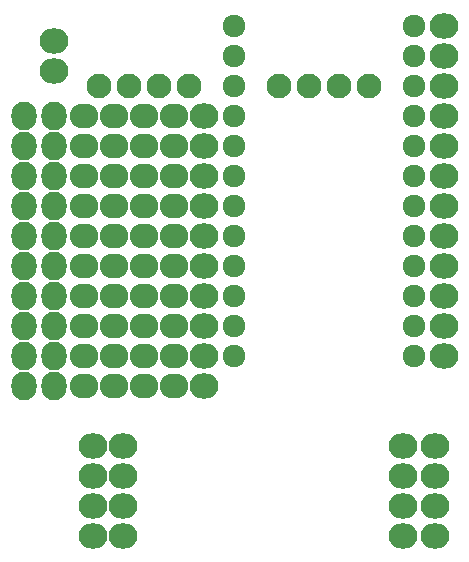
<source format=gts>
G04 #@! TF.FileFunction,Soldermask,Top*
%FSLAX46Y46*%
G04 Gerber Fmt 4.6, Leading zero omitted, Abs format (unit mm)*
G04 Created by KiCad (PCBNEW 4.0.5-e0-6337~52~ubuntu16.10.1) date Sat Feb 25 11:48:19 2017*
%MOMM*%
%LPD*%
G01*
G04 APERTURE LIST*
%ADD10C,0.100000*%
%ADD11C,1.924000*%
%ADD12O,2.432000X2.127200*%
%ADD13O,2.127200X2.432000*%
%ADD14O,2.400000X2.100000*%
%ADD15C,2.100000*%
G04 APERTURE END LIST*
D10*
D11*
X142240000Y-106680000D03*
X142240000Y-109220000D03*
X142240000Y-111760000D03*
X142240000Y-114300000D03*
X142240000Y-116840000D03*
X142240000Y-119380000D03*
X142240000Y-121920000D03*
X142240000Y-124460000D03*
X142240000Y-127000000D03*
X142240000Y-129540000D03*
X142240000Y-132080000D03*
X142240000Y-134620000D03*
X157480000Y-134620000D03*
X157480000Y-132080000D03*
X157480000Y-129540000D03*
X157480000Y-127000000D03*
X157480000Y-124460000D03*
X157480000Y-121920000D03*
X157480000Y-119380000D03*
X157480000Y-116840000D03*
X157480000Y-114300000D03*
X157480000Y-111760000D03*
X157480000Y-109220000D03*
X157480000Y-106680000D03*
D12*
X127000000Y-107950000D03*
X127000000Y-110490000D03*
D13*
X127000000Y-137160000D03*
X127000000Y-134620000D03*
X127000000Y-132080000D03*
X127000000Y-129540000D03*
X127000000Y-127000000D03*
X127000000Y-124460000D03*
X127000000Y-121920000D03*
X127000000Y-119380000D03*
X127000000Y-116840000D03*
X127000000Y-114300000D03*
X124460000Y-137160000D03*
X124460000Y-134620000D03*
X124460000Y-132080000D03*
X124460000Y-129540000D03*
X124460000Y-127000000D03*
X124460000Y-124460000D03*
X124460000Y-121920000D03*
X124460000Y-119380000D03*
X124460000Y-116840000D03*
X124460000Y-114300000D03*
D12*
X160020000Y-106680000D03*
X160020000Y-109220000D03*
X160020000Y-111760000D03*
X160020000Y-114300000D03*
X160020000Y-116840000D03*
X160020000Y-119380000D03*
X160020000Y-121920000D03*
X160020000Y-124460000D03*
X160020000Y-127000000D03*
X160020000Y-129540000D03*
X160020000Y-132080000D03*
X160020000Y-134620000D03*
D14*
X134620000Y-114300000D03*
X137160000Y-114300000D03*
X129540000Y-114300000D03*
X132080000Y-114300000D03*
X132080000Y-116840000D03*
X129540000Y-116840000D03*
X137160000Y-116840000D03*
X134620000Y-116840000D03*
X134620000Y-119380000D03*
X137160000Y-119380000D03*
X129540000Y-119380000D03*
X132080000Y-119380000D03*
X132080000Y-132080000D03*
X129540000Y-132080000D03*
X137160000Y-132080000D03*
X134620000Y-132080000D03*
X134620000Y-121920000D03*
X137160000Y-121920000D03*
X129540000Y-121920000D03*
X132080000Y-121920000D03*
D12*
X139700000Y-114300000D03*
X139700000Y-116840000D03*
X139700000Y-119380000D03*
X139700000Y-121920000D03*
X139700000Y-124460000D03*
X139700000Y-127000000D03*
X139700000Y-129540000D03*
X139700000Y-132080000D03*
X139700000Y-134620000D03*
X139700000Y-137160000D03*
X132905500Y-144780000D03*
X132905500Y-142240000D03*
X132905500Y-149860000D03*
X132905500Y-147320000D03*
X156591000Y-144780000D03*
X156591000Y-142240000D03*
X156591000Y-149860000D03*
X156591000Y-147320000D03*
D14*
X132080000Y-124460000D03*
X129540000Y-124460000D03*
X137160000Y-124460000D03*
X134620000Y-124460000D03*
X134620000Y-127000000D03*
X137160000Y-127000000D03*
X129540000Y-127000000D03*
X132080000Y-127000000D03*
X132080000Y-134620000D03*
X129540000Y-134620000D03*
X137160000Y-134620000D03*
X134620000Y-134620000D03*
X134620000Y-129540000D03*
X137160000Y-129540000D03*
X129540000Y-129540000D03*
X132080000Y-129540000D03*
X132080000Y-137160000D03*
X129540000Y-137160000D03*
X137160000Y-137160000D03*
X134620000Y-137160000D03*
D15*
X151130000Y-111760000D03*
X153670000Y-111760000D03*
X146050000Y-111760000D03*
X148590000Y-111760000D03*
X133350000Y-111760000D03*
X130810000Y-111760000D03*
X138430000Y-111760000D03*
X135890000Y-111760000D03*
D12*
X130302000Y-147320000D03*
X130302000Y-149860000D03*
X130302000Y-142240000D03*
X130302000Y-144780000D03*
X159258000Y-144780000D03*
X159258000Y-142240000D03*
X159258000Y-149860000D03*
X159258000Y-147320000D03*
M02*

</source>
